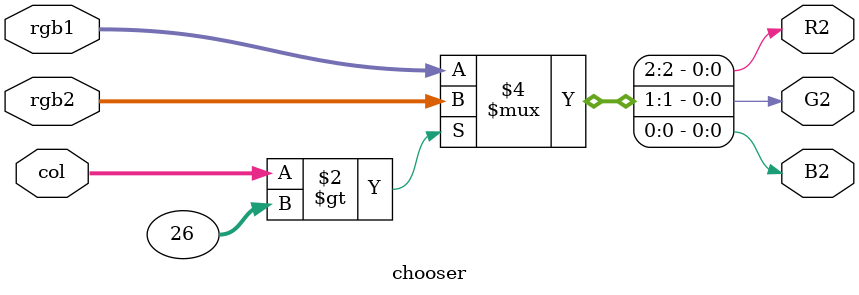
<source format=sv>
`timescale 1ns / 1ps


module chooser(input logic [2:0] rgb1, rgb2,
               input logic [4:0] col,
               output logic R2, G2, B2);
       always_comb
       if(col>26){R2,G2,B2} = rgb2;
       else {R2,G2,B2} = rgb1;
endmodule

</source>
